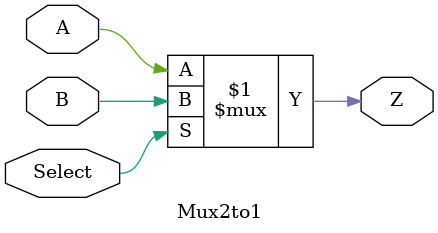
<source format=v>
`timescale 1ns / 1ps
module Mux2to1(
	input A, B, Select,
	output Z
    );
	 assign Z = Select ? B : A;


endmodule

</source>
